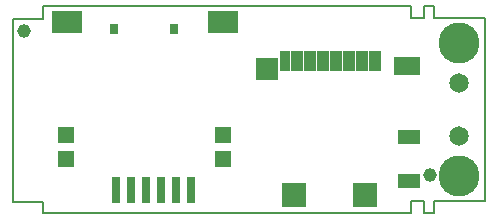
<source format=gbr>
%FSLAX25Y25*%
%MOIN*%
G04 EasyPC Gerber Version 18.0.8 Build 3632 *
%ADD153R,0.02726X0.03750*%
%ADD149R,0.03159X0.09065*%
%ADD147R,0.03553X0.06899*%
%ADD144R,0.03946X0.06899*%
%ADD151R,0.05324X0.05718*%
%ADD145R,0.07175X0.07687*%
%ADD10C,0.00500*%
%ADD110C,0.04537*%
%ADD107C,0.06518*%
%ADD143R,0.07293X0.04537*%
%ADD106C,0.13655*%
%ADD146R,0.08671X0.05915*%
%ADD152R,0.10049X0.07293*%
%ADD148R,0.08080X0.07883*%
X0Y0D02*
D02*
D10*
X167322Y14305D02*
X164173D01*
Y18259*
X159803*
Y14305*
X37126*
Y17866*
X27003*
Y79126*
X37047*
Y83399*
X159763*
Y79401*
X164094*
Y83399*
X167322*
Y79165*
X184423*
Y18417*
X167322*
Y14305*
D02*
D106*
X175761Y26805D03*
Y70899D03*
D02*
D107*
Y39946D03*
Y57757D03*
D02*
D110*
X30683Y74874D03*
X165984Y26960D03*
D02*
D143*
X159140Y24996D03*
Y39540D03*
D02*
D144*
X121856Y64815D03*
X126187D03*
X130518D03*
X134848D03*
X139179D03*
X143510D03*
X147841D03*
D02*
D145*
X111935Y62404D03*
D02*
D146*
X158510Y63319D03*
D02*
D147*
X117722Y64815D03*
D02*
D148*
X120872Y20150D03*
X144376D03*
D02*
D149*
X61506Y22020D03*
X66506D03*
X71506D03*
X76506D03*
X81506D03*
X86506D03*
D02*
D151*
X44774Y32375D03*
Y40249D03*
X96978Y32375D03*
X97057Y40249D03*
D02*
D152*
X44970Y77926D03*
X97057Y77965D03*
D02*
D153*
X60939Y75603D03*
X80939D03*
X0Y0D02*
M02*

</source>
